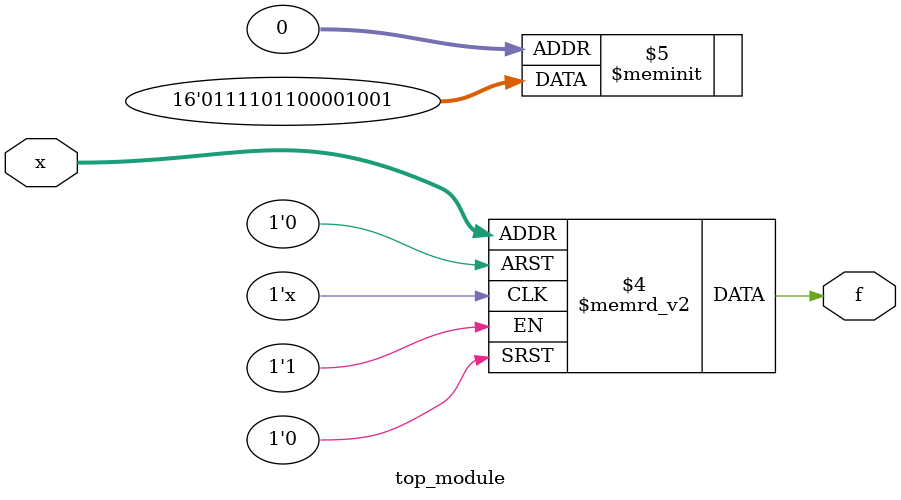
<source format=sv>
module top_module (
    input [4:1] x,
    output logic f
);

    always_comb begin
        case (x)
            4'b0000: f = 1;
            4'b0001: f = 0;
            4'b0010: f = 0;
            4'b0011: f = 1;
            4'b0100: f = 0;
            4'b0101: f = 0;
            4'b0110: f = 0;
            4'b0111: f = 0;
            4'b1000: f = 1;
            4'b1001: f = 1;
            4'b1010: f = 0;
            4'b1011: f = 1;
            4'b1100: f = 1;
            4'b1101: f = 1;
            4'b1110: f = 1;
            4'b1111: f = 0;
            default: f = 0;
        endcase
    end

endmodule

</source>
